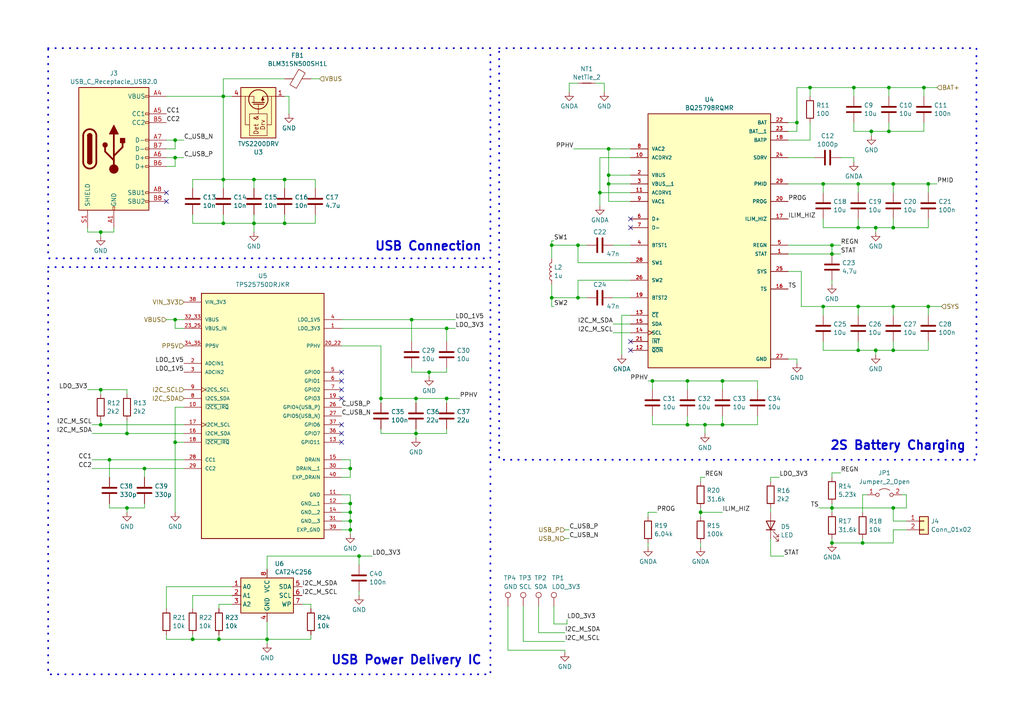
<source format=kicad_sch>
(kicad_sch (version 20230121) (generator eeschema)
  (paper "A4")
  (title_block (title "USB C Power Delivery and Battery Charging") (date "2023-11-15"))
  (junction (at 248.92 88.9))
  (junction (at 101.6 151.13))
  (junction (at 199.39 123.19))
  (junction (at 257.81 38.1))
  (junction (at 176.53 53.34))
  (junction (at 101.6 153.67))
  (junction (at 248.92 101.6))
  (junction (at 119.38 92.71))
  (junction (at 29.21 113.03))
  (junction (at 55.88 185.42))
  (junction (at 101.6 135.89))
  (junction (at 257.81 25.4))
  (junction (at 241.3 71.12))
  (junction (at 73.66 64.77))
  (junction (at 41.91 135.89))
  (junction (at 269.24 88.9))
  (junction (at 176.53 43.18))
  (junction (at 173.99 55.88))
  (junction (at 160.02 71.12))
  (junction (at 241.3 157.48))
  (junction (at 254 101.6))
  (junction (at 64.77 52.07))
  (junction (at 234.95 25.4))
  (junction (at 259.08 101.6))
  (junction (at 63.5 185.42))
  (junction (at 101.6 148.59))
  (junction (at 241.3 73.66))
  (junction (at 209.55 110.49))
  (junction (at 50.8 128.27))
  (junction (at 124.46 107.95))
  (junction (at 247.65 25.4))
  (junction (at 160.02 86.36))
  (junction (at 209.55 123.19))
  (junction (at 269.24 53.34))
  (junction (at 50.8 40.64))
  (junction (at 77.47 185.42))
  (junction (at 248.92 66.04))
  (junction (at 252.73 38.1))
  (junction (at 110.49 115.57))
  (junction (at 267.97 25.4))
  (junction (at 64.77 27.94))
  (junction (at 120.65 125.73))
  (junction (at 204.47 123.19))
  (junction (at 36.83 147.32))
  (junction (at 259.08 88.9))
  (junction (at 176.53 50.8))
  (junction (at 167.64 71.12))
  (junction (at 167.64 86.36))
  (junction (at 50.8 92.71))
  (junction (at 238.76 53.34))
  (junction (at 120.65 115.57))
  (junction (at 259.08 147.32))
  (junction (at 82.55 52.07))
  (junction (at 104.14 161.29))
  (junction (at 259.08 53.34))
  (junction (at 238.76 88.9))
  (junction (at 29.21 67.31))
  (junction (at 101.6 146.05))
  (junction (at 129.54 95.25))
  (junction (at 248.92 53.34))
  (junction (at 36.83 125.73))
  (junction (at 64.77 64.77))
  (junction (at 250.19 157.48))
  (junction (at 259.08 66.04))
  (junction (at 31.75 133.35))
  (junction (at 73.66 52.07))
  (junction (at 29.21 123.19))
  (junction (at 50.8 45.72))
  (junction (at 231.14 35.56))
  (junction (at 203.2 148.59))
  (junction (at 254 66.04))
  (junction (at 199.39 110.49))
  (junction (at 241.3 147.32))
  (junction (at 129.54 115.57))
  (junction (at 82.55 64.77))
  (junction (at 189.23 110.49))
  (no_connect (at 182.88 66.04))
  (no_connect (at 99.06 115.57))
  (no_connect (at 99.06 128.27))
  (no_connect (at 182.88 101.6))
  (no_connect (at 99.06 123.19))
  (no_connect (at 182.88 63.5))
  (no_connect (at 99.06 107.95))
  (no_connect (at 48.26 58.42))
  (no_connect (at 99.06 125.73))
  (no_connect (at 99.06 113.03))
  (no_connect (at 99.06 110.49))
  (no_connect (at 182.88 99.06))
  (no_connect (at 48.26 55.88))
  (wire (pts (xy 120.65 115.57) (xy 110.49 115.57)))
  (wire (pts (xy 182.88 58.42) (xy 176.53 58.42)))
  (wire (pts (xy 110.49 125.73) (xy 120.65 125.73)))
  (wire (pts (xy 50.8 92.71) (xy 53.34 92.71)))
  (wire (pts (xy 203.2 138.43) (xy 203.2 139.7)))
  (wire (pts (xy 167.64 86.36) (xy 170.18 86.36)))
  (wire (pts (xy 187.96 110.49) (xy 189.23 110.49)))
  (wire (pts (xy 48.26 45.72) (xy 50.8 45.72)))
  (wire (pts (xy 36.83 147.32) (xy 36.83 148.59)))
  (wire (pts (xy 187.96 157.48) (xy 187.96 158.75)))
  (wire (pts (xy 167.64 76.2) (xy 167.64 71.12)))
  (wire (pts (xy 241.3 157.48) (xy 250.19 157.48)))
  (wire (pts (xy 259.08 53.34) (xy 248.92 53.34)))
  (wire (pts (xy 119.38 92.71) (xy 132.08 92.71)))
  (wire (pts (xy 50.8 95.25) (xy 50.8 92.71)))
  (wire (pts (xy 182.88 81.28) (xy 167.64 81.28)))
  (wire (pts (xy 26.67 123.19) (xy 29.21 123.19)))
  (wire (pts (xy 238.76 88.9) (xy 238.76 91.44)))
  (wire (pts (xy 63.5 175.26) (xy 63.5 176.53)))
  (wire (pts (xy 177.8 71.12) (xy 182.88 71.12)))
  (wire (pts (xy 120.65 125.73) (xy 120.65 124.46)))
  (wire (pts (xy 77.47 161.29) (xy 104.14 161.29)))
  (wire (pts (xy 53.34 95.25) (xy 50.8 95.25)))
  (wire (pts (xy 91.44 62.23) (xy 91.44 64.77)))
  (wire (pts (xy 83.82 33.02) (xy 83.82 27.94)))
  (wire (pts (xy 101.6 151.13) (xy 101.6 153.67)))
  (wire (pts (xy 228.6 53.34) (xy 238.76 53.34)))
  (wire (pts (xy 219.71 110.49) (xy 219.71 113.03)))
  (wire (pts (xy 269.24 55.88) (xy 269.24 53.34)))
  (wire (pts (xy 248.92 63.5) (xy 248.92 66.04)))
  (wire (pts (xy 119.38 106.68) (xy 119.38 107.95)))
  (wire (pts (xy 53.34 125.73) (xy 36.83 125.73)))
  (wire (pts (xy 41.91 147.32) (xy 36.83 147.32)))
  (wire (pts (xy 48.26 92.71) (xy 50.8 92.71)))
  (wire (pts (xy 77.47 161.29) (xy 77.47 165.1)))
  (wire (pts (xy 176.53 50.8) (xy 176.53 53.34)))
  (wire (pts (xy 238.76 66.04) (xy 248.92 66.04)))
  (wire (pts (xy 129.54 115.57) (xy 120.65 115.57)))
  (wire (pts (xy 238.76 88.9) (xy 248.92 88.9)))
  (wire (pts (xy 243.84 137.16) (xy 241.3 137.16)))
  (wire (pts (xy 228.6 38.1) (xy 231.14 38.1)))
  (wire (pts (xy 151.765 186.055) (xy 151.765 175.895)))
  (wire (pts (xy 104.14 161.29) (xy 107.95 161.29)))
  (wire (pts (xy 160.02 86.36) (xy 160.02 82.55)))
  (wire (pts (xy 257.81 38.1) (xy 257.81 35.56)))
  (wire (pts (xy 36.83 125.73) (xy 36.83 121.92)))
  (wire (pts (xy 99.06 146.05) (xy 101.6 146.05)))
  (wire (pts (xy 209.55 110.49) (xy 209.55 113.03)))
  (wire (pts (xy 77.47 185.42) (xy 77.47 186.69)))
  (wire (pts (xy 29.21 113.03) (xy 29.21 114.3)))
  (wire (pts (xy 48.26 27.94) (xy 64.77 27.94)))
  (wire (pts (xy 269.24 63.5) (xy 269.24 66.04)))
  (wire (pts (xy 160.02 71.12) (xy 160.02 74.93)))
  (wire (pts (xy 101.6 143.51) (xy 101.6 146.05)))
  (wire (pts (xy 48.26 48.26) (xy 50.8 48.26)))
  (wire (pts (xy 147.32 188.595) (xy 163.83 188.595)))
  (wire (pts (xy 231.14 35.56) (xy 228.6 35.56)))
  (wire (pts (xy 90.17 22.86) (xy 92.71 22.86)))
  (wire (pts (xy 267.97 25.4) (xy 271.78 25.4)))
  (wire (pts (xy 203.2 157.48) (xy 203.2 158.75)))
  (wire (pts (xy 55.88 172.72) (xy 55.88 176.53)))
  (wire (pts (xy 104.14 171.45) (xy 104.14 172.72)))
  (wire (pts (xy 90.17 185.42) (xy 77.47 185.42)))
  (wire (pts (xy 269.24 88.9) (xy 273.05 88.9)))
  (wire (pts (xy 31.75 147.32) (xy 31.75 146.05)))
  (wire (pts (xy 160.655 69.85) (xy 160.02 69.85)))
  (wire (pts (xy 119.38 99.06) (xy 119.38 92.71)))
  (wire (pts (xy 129.54 116.84) (xy 129.54 115.57)))
  (wire (pts (xy 241.3 146.05) (xy 241.3 147.32)))
  (wire (pts (xy 160.655 175.895) (xy 160.655 180.975)))
  (wire (pts (xy 50.8 45.72) (xy 53.34 45.72)))
  (wire (pts (xy 259.08 151.13) (xy 259.08 147.32)))
  (wire (pts (xy 90.17 175.26) (xy 90.17 176.53)))
  (wire (pts (xy 160.02 88.9) (xy 160.02 86.36)))
  (wire (pts (xy 99.06 143.51) (xy 101.6 143.51)))
  (wire (pts (xy 90.17 184.15) (xy 90.17 185.42)))
  (wire (pts (xy 234.95 25.4) (xy 247.65 25.4)))
  (wire (pts (xy 48.26 40.64) (xy 50.8 40.64)))
  (wire (pts (xy 254 101.6) (xy 259.08 101.6)))
  (wire (pts (xy 63.5 185.42) (xy 77.47 185.42)))
  (wire (pts (xy 167.64 71.12) (xy 170.18 71.12)))
  (wire (pts (xy 180.34 91.44) (xy 180.34 102.87)))
  (wire (pts (xy 64.77 62.23) (xy 64.77 64.77)))
  (wire (pts (xy 64.77 27.94) (xy 67.31 27.94)))
  (wire (pts (xy 165.1 24.13) (xy 165.1 26.67)))
  (wire (pts (xy 160.655 180.975) (xy 164.465 180.975)))
  (wire (pts (xy 156.21 183.515) (xy 163.83 183.515)))
  (wire (pts (xy 64.77 27.94) (xy 64.77 52.07)))
  (wire (pts (xy 167.64 81.28) (xy 167.64 86.36)))
  (wire (pts (xy 203.2 147.32) (xy 203.2 148.59)))
  (wire (pts (xy 259.08 101.6) (xy 259.08 99.06)))
  (wire (pts (xy 232.41 88.9) (xy 238.76 88.9)))
  (wire (pts (xy 254 66.04) (xy 259.08 66.04)))
  (wire (pts (xy 204.47 138.43) (xy 203.2 138.43)))
  (wire (pts (xy 238.76 63.5) (xy 238.76 66.04)))
  (wire (pts (xy 231.14 25.4) (xy 231.14 35.56)))
  (wire (pts (xy 259.08 55.88) (xy 259.08 53.34)))
  (wire (pts (xy 41.91 135.89) (xy 53.34 135.89)))
  (wire (pts (xy 219.71 120.65) (xy 219.71 123.19)))
  (wire (pts (xy 99.06 148.59) (xy 101.6 148.59)))
  (wire (pts (xy 164.465 179.705) (xy 164.465 180.975)))
  (wire (pts (xy 259.08 101.6) (xy 269.24 101.6)))
  (wire (pts (xy 110.49 124.46) (xy 110.49 125.73)))
  (wire (pts (xy 167.64 86.36) (xy 160.02 86.36)))
  (wire (pts (xy 248.92 88.9) (xy 248.92 91.44)))
  (wire (pts (xy 160.02 69.85) (xy 160.02 71.12)))
  (wire (pts (xy 247.65 38.1) (xy 252.73 38.1)))
  (wire (pts (xy 252.73 38.1) (xy 252.73 39.37)))
  (wire (pts (xy 101.6 146.05) (xy 101.6 148.59)))
  (wire (pts (xy 228.6 78.74) (xy 232.41 78.74)))
  (wire (pts (xy 50.8 43.18) (xy 50.8 40.64)))
  (wire (pts (xy 231.14 38.1) (xy 231.14 35.56)))
  (wire (pts (xy 269.24 53.34) (xy 259.08 53.34)))
  (wire (pts (xy 110.49 115.57) (xy 110.49 116.84)))
  (wire (pts (xy 77.47 180.34) (xy 77.47 185.42)))
  (wire (pts (xy 182.88 45.72) (xy 173.99 45.72)))
  (wire (pts (xy 262.89 143.51) (xy 262.89 147.32)))
  (wire (pts (xy 64.77 22.86) (xy 64.77 27.94)))
  (wire (pts (xy 99.06 151.13) (xy 101.6 151.13)))
  (wire (pts (xy 262.89 147.32) (xy 259.08 147.32)))
  (wire (pts (xy 119.38 107.95) (xy 124.46 107.95)))
  (wire (pts (xy 48.26 43.18) (xy 50.8 43.18)))
  (wire (pts (xy 87.63 175.26) (xy 90.17 175.26)))
  (wire (pts (xy 55.88 54.61) (xy 55.88 52.07)))
  (wire (pts (xy 241.3 147.32) (xy 259.08 147.32)))
  (wire (pts (xy 67.31 175.26) (xy 63.5 175.26)))
  (wire (pts (xy 241.3 137.16) (xy 241.3 138.43)))
  (wire (pts (xy 241.3 81.28) (xy 241.3 82.55)))
  (wire (pts (xy 182.88 76.2) (xy 167.64 76.2)))
  (wire (pts (xy 99.06 100.33) (xy 110.49 100.33)))
  (wire (pts (xy 176.53 53.34) (xy 182.88 53.34)))
  (wire (pts (xy 29.21 123.19) (xy 29.21 121.92)))
  (wire (pts (xy 248.92 99.06) (xy 248.92 101.6)))
  (wire (pts (xy 26.67 133.35) (xy 31.75 133.35)))
  (wire (pts (xy 55.88 64.77) (xy 55.88 62.23)))
  (wire (pts (xy 36.83 114.3) (xy 36.83 113.03)))
  (wire (pts (xy 231.14 104.14) (xy 228.6 104.14)))
  (wire (pts (xy 257.81 25.4) (xy 247.65 25.4)))
  (wire (pts (xy 204.47 123.19) (xy 204.47 125.73)))
  (wire (pts (xy 73.66 52.07) (xy 82.55 52.07)))
  (wire (pts (xy 41.91 146.05) (xy 41.91 147.32)))
  (wire (pts (xy 99.06 133.35) (xy 101.6 133.35)))
  (wire (pts (xy 252.73 38.1) (xy 257.81 38.1)))
  (wire (pts (xy 234.95 35.56) (xy 234.95 40.64)))
  (wire (pts (xy 167.64 24.13) (xy 165.1 24.13)))
  (wire (pts (xy 101.6 153.67) (xy 101.6 154.94)))
  (wire (pts (xy 110.49 100.33) (xy 110.49 115.57)))
  (wire (pts (xy 259.08 66.04) (xy 259.08 63.5)))
  (wire (pts (xy 176.53 43.18) (xy 176.53 50.8)))
  (wire (pts (xy 101.6 135.89) (xy 101.6 138.43)))
  (wire (pts (xy 48.26 184.15) (xy 48.26 185.42)))
  (wire (pts (xy 25.4 66.04) (xy 25.4 67.31)))
  (wire (pts (xy 250.19 157.48) (xy 259.08 157.48)))
  (wire (pts (xy 175.26 24.13) (xy 172.72 24.13)))
  (wire (pts (xy 73.66 52.07) (xy 73.66 54.61)))
  (wire (pts (xy 64.77 52.07) (xy 73.66 52.07)))
  (wire (pts (xy 228.6 71.12) (xy 241.3 71.12)))
  (wire (pts (xy 48.26 170.18) (xy 48.26 176.53)))
  (wire (pts (xy 163.83 153.67) (xy 165.1 153.67)))
  (wire (pts (xy 209.55 123.19) (xy 204.47 123.19)))
  (wire (pts (xy 31.75 133.35) (xy 31.75 138.43)))
  (wire (pts (xy 259.08 88.9) (xy 248.92 88.9)))
  (wire (pts (xy 36.83 147.32) (xy 31.75 147.32)))
  (wire (pts (xy 234.95 40.64) (xy 228.6 40.64)))
  (wire (pts (xy 219.71 110.49) (xy 209.55 110.49)))
  (wire (pts (xy 238.76 101.6) (xy 248.92 101.6)))
  (wire (pts (xy 129.54 115.57) (xy 133.35 115.57)))
  (wire (pts (xy 227.33 161.29) (xy 223.52 161.29)))
  (wire (pts (xy 248.92 101.6) (xy 254 101.6)))
  (wire (pts (xy 234.95 25.4) (xy 231.14 25.4)))
  (wire (pts (xy 25.4 113.03) (xy 29.21 113.03)))
  (wire (pts (xy 175.26 26.67) (xy 175.26 24.13)))
  (wire (pts (xy 31.75 133.35) (xy 53.34 133.35)))
  (wire (pts (xy 203.2 148.59) (xy 203.2 149.86)))
  (wire (pts (xy 91.44 52.07) (xy 91.44 54.61)))
  (wire (pts (xy 269.24 99.06) (xy 269.24 101.6)))
  (wire (pts (xy 124.46 107.95) (xy 129.54 107.95)))
  (wire (pts (xy 64.77 22.86) (xy 82.55 22.86)))
  (wire (pts (xy 223.52 147.32) (xy 223.52 148.59)))
  (wire (pts (xy 124.46 107.95) (xy 124.46 109.22)))
  (wire (pts (xy 199.39 120.65) (xy 199.39 123.19)))
  (wire (pts (xy 226.06 138.43) (xy 223.52 138.43)))
  (wire (pts (xy 251.46 143.51) (xy 250.19 143.51)))
  (wire (pts (xy 199.39 110.49) (xy 199.39 113.03)))
  (wire (pts (xy 25.4 67.31) (xy 29.21 67.31)))
  (wire (pts (xy 269.24 53.34) (xy 271.78 53.34)))
  (wire (pts (xy 64.77 64.77) (xy 55.88 64.77)))
  (wire (pts (xy 160.655 88.9) (xy 160.02 88.9)))
  (wire (pts (xy 267.97 25.4) (xy 257.81 25.4)))
  (wire (pts (xy 243.84 73.66) (xy 241.3 73.66)))
  (wire (pts (xy 26.67 125.73) (xy 36.83 125.73)))
  (wire (pts (xy 257.81 38.1) (xy 267.97 38.1)))
  (wire (pts (xy 173.99 55.88) (xy 182.88 55.88)))
  (wire (pts (xy 231.14 105.41) (xy 231.14 104.14)))
  (wire (pts (xy 262.89 151.13) (xy 259.08 151.13)))
  (wire (pts (xy 67.31 170.18) (xy 48.26 170.18)))
  (wire (pts (xy 248.92 66.04) (xy 254 66.04)))
  (wire (pts (xy 203.2 148.59) (xy 209.55 148.59)))
  (wire (pts (xy 33.02 67.31) (xy 33.02 66.04)))
  (wire (pts (xy 173.99 45.72) (xy 173.99 55.88)))
  (wire (pts (xy 104.14 161.29) (xy 104.14 163.83)))
  (wire (pts (xy 223.52 161.29) (xy 223.52 156.21)))
  (wire (pts (xy 241.3 71.12) (xy 241.3 73.66)))
  (wire (pts (xy 241.3 147.32) (xy 241.3 148.59)))
  (wire (pts (xy 50.8 128.27) (xy 50.8 148.59)))
  (wire (pts (xy 129.54 107.95) (xy 129.54 106.68)))
  (wire (pts (xy 82.55 52.07) (xy 82.55 54.61)))
  (wire (pts (xy 55.88 184.15) (xy 55.88 185.42)))
  (wire (pts (xy 250.19 156.21) (xy 250.19 157.48)))
  (wire (pts (xy 67.31 172.72) (xy 55.88 172.72)))
  (wire (pts (xy 99.06 153.67) (xy 101.6 153.67)))
  (wire (pts (xy 262.89 153.67) (xy 259.08 153.67)))
  (wire (pts (xy 228.6 45.72) (xy 236.22 45.72)))
  (wire (pts (xy 64.77 52.07) (xy 64.77 54.61)))
  (wire (pts (xy 228.6 73.66) (xy 241.3 73.66)))
  (wire (pts (xy 48.26 185.42) (xy 55.88 185.42)))
  (wire (pts (xy 151.765 186.055) (xy 163.83 186.055)))
  (wire (pts (xy 83.82 27.94) (xy 82.55 27.94)))
  (wire (pts (xy 73.66 64.77) (xy 73.66 67.31)))
  (wire (pts (xy 55.88 52.07) (xy 64.77 52.07)))
  (wire (pts (xy 187.96 148.59) (xy 187.96 149.86)))
  (wire (pts (xy 223.52 138.43) (xy 223.52 139.7)))
  (wire (pts (xy 204.47 123.19) (xy 199.39 123.19)))
  (wire (pts (xy 189.23 123.19) (xy 189.23 120.65)))
  (wire (pts (xy 237.49 147.32) (xy 241.3 147.32)))
  (wire (pts (xy 254 101.6) (xy 254 102.87)))
  (wire (pts (xy 241.3 71.12) (xy 243.84 71.12)))
  (wire (pts (xy 243.84 45.72) (xy 247.65 45.72)))
  (wire (pts (xy 129.54 95.25) (xy 129.54 99.06)))
  (wire (pts (xy 55.88 185.42) (xy 63.5 185.42)))
  (wire (pts (xy 234.95 27.94) (xy 234.95 25.4)))
  (wire (pts (xy 101.6 133.35) (xy 101.6 135.89)))
  (wire (pts (xy 247.65 25.4) (xy 247.65 27.94)))
  (wire (pts (xy 219.71 123.19) (xy 209.55 123.19)))
  (wire (pts (xy 120.65 115.57) (xy 120.65 116.84)))
  (wire (pts (xy 238.76 53.34) (xy 248.92 53.34)))
  (wire (pts (xy 120.65 125.73) (xy 129.54 125.73)))
  (wire (pts (xy 82.55 62.23) (xy 82.55 64.77)))
  (wire (pts (xy 147.32 188.595) (xy 147.32 175.895)))
  (wire (pts (xy 129.54 124.46) (xy 129.54 125.73)))
  (wire (pts (xy 259.08 66.04) (xy 269.24 66.04)))
  (wire (pts (xy 248.92 53.34) (xy 248.92 55.88)))
  (wire (pts (xy 199.39 123.19) (xy 189.23 123.19)))
  (wire (pts (xy 53.34 128.27) (xy 50.8 128.27)))
  (wire (pts (xy 177.8 96.52) (xy 182.88 96.52)))
  (wire (pts (xy 267.97 27.94) (xy 267.97 25.4)))
  (wire (pts (xy 189.23 110.49) (xy 189.23 113.03)))
  (wire (pts (xy 36.83 113.03) (xy 29.21 113.03)))
  (wire (pts (xy 177.8 86.36) (xy 182.88 86.36)))
  (wire (pts (xy 177.8 93.98) (xy 182.88 93.98)))
  (wire (pts (xy 53.34 118.11) (xy 50.8 118.11)))
  (wire (pts (xy 267.97 35.56) (xy 267.97 38.1)))
  (wire (pts (xy 73.66 64.77) (xy 82.55 64.77)))
  (wire (pts (xy 163.83 156.21) (xy 165.1 156.21)))
  (wire (pts (xy 250.19 143.51) (xy 250.19 148.59)))
  (wire (pts (xy 167.64 71.12) (xy 160.02 71.12)))
  (wire (pts (xy 82.55 64.77) (xy 91.44 64.77)))
  (wire (pts (xy 176.53 58.42) (xy 176.53 53.34)))
  (wire (pts (xy 182.88 43.18) (xy 176.53 43.18)))
  (wire (pts (xy 269.24 91.44) (xy 269.24 88.9)))
  (wire (pts (xy 269.24 88.9) (xy 259.08 88.9)))
  (wire (pts (xy 101.6 138.43) (xy 99.06 138.43)))
  (wire (pts (xy 64.77 64.77) (xy 73.66 64.77)))
  (wire (pts (xy 261.62 143.51) (xy 262.89 143.51)))
  (wire (pts (xy 238.76 99.06) (xy 238.76 101.6)))
  (wire (pts (xy 209.55 120.65) (xy 209.55 123.19)))
  (wire (pts (xy 209.55 110.49) (xy 199.39 110.49)))
  (wire (pts (xy 120.65 125.73) (xy 120.65 127)))
  (wire (pts (xy 241.3 156.21) (xy 241.3 157.48)))
  (wire (pts (xy 232.41 78.74) (xy 232.41 88.9)))
  (wire (pts (xy 247.65 45.72) (xy 247.65 46.99)))
  (wire (pts (xy 129.54 95.25) (xy 132.08 95.25)))
  (wire (pts (xy 26.67 135.89) (xy 41.91 135.89)))
  (wire (pts (xy 29.21 67.31) (xy 29.21 68.58)))
  (wire (pts (xy 156.21 175.895) (xy 156.21 183.515)))
  (wire (pts (xy 63.5 184.15) (xy 63.5 185.42)))
  (wire (pts (xy 190.5 148.59) (xy 187.96 148.59)))
  (wire (pts (xy 29.21 67.31) (xy 33.02 67.31)))
  (wire (pts (xy 119.38 92.71) (xy 99.06 92.71)))
  (wire (pts (xy 99.06 95.25) (xy 129.54 95.25)))
  (wire (pts (xy 259.08 153.67) (xy 259.08 157.48)))
  (wire (pts (xy 73.66 62.23) (xy 73.66 64.77)))
  (wire (pts (xy 182.88 50.8) (xy 176.53 50.8)))
  (wire (pts (xy 99.06 135.89) (xy 101.6 135.89)))
  (wire (pts (xy 238.76 53.34) (xy 238.76 55.88)))
  (wire (pts (xy 182.88 91.44) (xy 180.34 91.44)))
  (wire (pts (xy 257.81 27.94) (xy 257.81 25.4)))
  (wire (pts (xy 254 66.04) (xy 254 67.31)))
  (wire (pts (xy 50.8 48.26) (xy 50.8 45.72)))
  (wire (pts (xy 173.99 55.88) (xy 173.99 59.69)))
  (wire (pts (xy 247.65 35.56) (xy 247.65 38.1)))
  (wire (pts (xy 101.6 148.59) (xy 101.6 151.13)))
  (wire (pts (xy 199.39 110.49) (xy 189.23 110.49)))
  (wire (pts (xy 259.08 91.44) (xy 259.08 88.9)))
  (wire (pts (xy 82.55 52.07) (xy 91.44 52.07)))
  (wire (pts (xy 41.91 135.89) (xy 41.91 138.43)))
  (wire (pts (xy 176.53 43.18) (xy 166.37 43.18)))
  (wire (pts (xy 50.8 118.11) (xy 50.8 128.27)))
  (wire (pts (xy 53.34 123.19) (xy 29.21 123.19)))
  (wire (pts (xy 50.8 40.64) (xy 53.34 40.64)))
  (wire (pts (xy 163.83 188.595) (xy 163.83 189.23)))
  (rectangle (start 13.97 77.47) (end 142.24 195.58) (stroke (width 0.5) (type dot)))
  (rectangle (start 13.97 13.97) (end 142.24 74.93) (stroke (width 0.5) (type dot)))
  (rectangle (start 144.78 13.97) (end 283.21 133.35) (stroke (width 0.5) (type dot)))
  (text "2S Battery Charging" (at 240.665 130.81 0) (effects (font (size 2.54 2.54) (thickness 0.508) bold) (justify left bottom)))
  (text "USB Connection" (at 108.585 73.025 0) (effects (font (size 2.54 2.54) (thickness 0.508) bold) (justify left bottom)))
  (text "USB Power Delivery IC" (at 95.885 193.04 0) (effects (font (size 2.54 2.54) (thickness 0.508) bold) (justify left bottom)))
  (label "I2C_M_SDA" (at 163.83 183.515 0))
  (label "I2C_M_SCL" (at 177.8 96.52 180))
  (label "LDO_3V3" (at 107.95 161.29 0))
  (label "I2C_M_SDA" (at 177.8 93.98 180))
  (label "PROG" (at 190.5 148.59 0))
  (label "REGN" (at 204.47 138.43 0))
  (label "CC1" (at 48.26 33.02 0))
  (label "STAT" (at 227.33 161.29 0))
  (label "PMID" (at 271.78 53.34 0))
  (label "I2C_M_SDA" (at 87.63 170.18 0))
  (label "STAT" (at 243.84 73.66 0))
  (label "C_USB_P" (at 99.06 118.11 0))
  (label "SW2" (at 160.655 88.9 0))
  (label "I2C_M_SCL" (at 26.67 123.19 180))
  (label "LDO_1V5" (at 53.34 105.41 180))
  (label "REGN" (at 243.84 71.12 0))
  (label "LDO_1V5" (at 53.34 107.95 180))
  (label "LDO_1V5" (at 132.08 92.71 0))
  (label "I2C_M_SDA" (at 26.67 125.73 180))
  (label "ILIM_HIZ" (at 228.6 63.5 0))
  (label "C_USB_N" (at 99.06 120.65 0))
  (label "LDO_3V3" (at 164.465 179.705 0))
  (label "I2C_M_SCL" (at 87.63 172.72 0))
  (label "C_USB_N" (at 165.1 156.21 0))
  (label "LDO_3V3" (at 25.4 113.03 180))
  (label "CC1" (at 26.67 133.35 180))
  (label "LDO_3V3" (at 226.06 138.43 0))
  (label "C_USB_P" (at 53.34 45.72 0))
  (label "CC2" (at 48.26 35.56 0))
  (label "C_USB_N" (at 53.34 40.64 0))
  (label "PPHV" (at 166.37 43.18 180))
  (label "PROG" (at 228.6 58.42 0))
  (label "I2C_M_SCL" (at 163.83 186.055 0))
  (label "ILIM_HIZ" (at 209.55 148.59 0))
  (label "REGN" (at 243.84 137.16 0))
  (label "SW1" (at 160.655 69.85 0))
  (label "C_USB_P" (at 165.1 153.67 0))
  (label "LDO_3V3" (at 132.08 95.25 0))
  (label "TS" (at 228.6 83.82 0))
  (label "PPHV" (at 187.96 110.49 180))
  (label "TS" (at 237.49 147.32 180))
  (label "PPHV" (at 133.35 115.57 0))
  (label "CC2" (at 26.67 135.89 180))
  (hierarchical_label "VBUS" (shape input) (at 92.71 22.86 0))
  (hierarchical_label "VIN_3V3" (shape input) (at 53.34 87.63 180))
  (hierarchical_label "PP5V" (shape input) (at 53.34 100.33 180))
  (hierarchical_label "USB_N" (shape input) (at 163.83 156.21 180))
  (hierarchical_label "VBUS" (shape input) (at 48.26 92.71 180))
  (hierarchical_label "BAT+" (shape input) (at 271.78 25.4 0))
  (hierarchical_label "USB_P" (shape input) (at 163.83 153.67 180))
  (hierarchical_label "I2C_SDA" (shape input) (at 53.34 115.57 180))
  (hierarchical_label "I2C_SCL" (shape input) (at 53.34 113.03 180))
  (hierarchical_label "SYS" (shape input) (at 273.05 88.9 0))
  (symbol (lib_id "Device:C") (at 267.97 31.75 0) (unit 1)
    (property "Reference" "C11" (at 270.891 30.5379 0) (effects (justify left)))
    (property "Value" "100n" (at 270.891 32.9621 0) (effects (justify left)))
    (property "Footprint" "Capacitor_SMD:C_0603_1608Metric" (effects hide))
    (property "Digikey Part No." "1276-1000-1-ND" (effects hide))
  )
  (symbol (lib_id "Device:C") (at 104.14 167.64 0) (unit 1)
    (property "Reference" "C40" (at 107.061 166.4279 0) (effects (justify left)))
    (property "Value" "100n" (at 107.061 168.8521 0) (effects (justify left)))
    (property "Footprint" "Capacitor_SMD:C_0603_1608Metric" (effects hide))
    (property "Digikey Part No." "1276-1000-1-ND" (effects hide))
  )
  (symbol (lib_id "power:GND") (at 241.3 82.55 0) (unit 1)
    (property "Reference" "#PWR021" (effects hide))
    (property "Value" "GND" (at 241.3 86.6831 0))
  )
  (symbol (lib_id "Device:R") (at 223.52 143.51 0) (unit 1)
    (property "Reference" "R16" (at 225.298 142.2979 0) (effects (justify left)))
    (property "Value" "2k2" (at 225.298 144.7221 0) (effects (justify left)))
    (property "Footprint" "Resistor_SMD:R_0603_1608Metric" (effects hide))
    (property "Digikey Part No." "RMCF0603JT2K20CT-ND" (effects hide))
  )
  (symbol (lib_id "Device:C") (at 199.39 116.84 0) (unit 1)
    (property "Reference" "C32" (at 202.311 115.6279 0) (effects (justify left)))
    (property "Value" "10u" (at 202.311 118.0521 0) (effects (justify left)))
    (property "Footprint" "Capacitor_SMD:C_0805_2012Metric" (effects hide))
    (property "Digikey Part No." "1276-2891-1-ND" (effects hide))
  )
  (symbol (lib_id "Device:C") (at 248.92 59.69 0) (unit 1)
    (property "Reference" "C19" (at 251.841 58.4779 0) (effects (justify left)))
    (property "Value" "10u" (at 251.841 60.9021 0) (effects (justify left)))
    (property "Footprint" "Capacitor_SMD:C_0805_2012Metric" (effects hide))
    (property "Digikey Part No." "1276-2891-1-ND" (effects hide))
  )
  (symbol (lib_id "Device:C") (at 219.71 116.84 0) (unit 1)
    (property "Reference" "C34" (at 222.631 115.6279 0) (effects (justify left)))
    (property "Value" "10u" (at 222.631 118.0521 0) (effects (justify left)))
    (property "Footprint" "Capacitor_SMD:C_0805_2012Metric" (effects hide))
    (property "Digikey Part No." "1276-2891-1-ND" (effects hide))
  )
  (symbol (lib_id "Device:C") (at 82.55 58.42 0) (unit 1)
    (property "Reference" "C16" (at 85.471 57.2079 0) (effects (justify left)))
    (property "Value" "10n" (at 85.471 59.6321 0) (effects (justify left)))
    (property "Footprint" "Capacitor_SMD:C_0402_1005Metric" (effects hide))
    (property "Digikey Part No." "1276-1028-1-ND" (effects hide))
  )
  (symbol (lib_id "Power_Protection:TVS2200DRV") (at 74.93 27.94 90) (unit 1)
    (property "Reference" "U3" (at 74.93 44.1493 90))
    (property "Value" "TVS2200DRV" (at 74.93 41.7251 90))
    (property "Footprint" "Package_SON:WSON-6-1EP_2x2mm_P0.65mm_EP1x1.6mm" (effects hide))
    (property "Datasheet" "http://www.ti.com/lit/ds/symlink/tvs2200.pdf" (effects hide))
    (property "Digikey Part No." "296-52187-1-ND" (effects hide))
  )
  (symbol (lib_id "Connector:TestPoint") (at 147.32 175.895 0) (unit 1)
    (property "Reference" "TP4" (at 146.05 167.64 0) (effects (justify left)))
    (property "Value" "GND" (at 146.05 170.18 0) (effects (justify left)))
    (property "Footprint" "TestPoint:TestPoint_Pad_D1.5mm" (effects hide))
  )
  (symbol (lib_id "power:GNDA") (at 203.2 158.75 0) (unit 1)
    (property "Reference" "#PWR033" (effects hide))
    (property "Value" "GNDA" (at 203.2 162.8831 0))
  )
  (symbol (lib_id "Memory_EEPROM:CAT24C256") (at 77.47 172.72 0) (unit 1)
    (property "Reference" "U6" (at 79.6641 163.4957 0) (effects (justify left)))
    (property "Value" "CAT24C256" (at 79.6641 165.9199 0) (effects (justify left)))
    (property "Footprint" "Package_SO:TSSOP-8_4.4x3mm_P0.65mm" (effects hide))
    (property "Datasheet" "https://www.onsemi.cn/PowerSolutions/document/CAT24C256-D.PDF" (effects hide))
    (property "Digikey Part No." "CAT24C256YI-GT3OSCT-ND" (effects hide))
  )
  (symbol (lib_id "Connector:TestPoint") (at 160.655 175.895 0) (unit 1)
    (property "Reference" "TP1" (at 160.02 167.64 0) (effects (justify left)))
    (property "Value" "LDO_3V3" (at 160.02 170.18 0) (effects (justify left)))
    (property "Footprint" "TestPoint:TestPoint_Pad_D1.5mm" (effects hide))
  )
  (symbol (lib_id "power:GNDA") (at 241.3 157.48 0) (unit 1)
    (property "Reference" "#PWR031" (effects hide))
    (property "Value" "GNDA" (at 241.3 161.6131 0))
  )
  (symbol (lib_id "power:GNDA") (at 165.1 26.67 0) (unit 1)
    (property "Reference" "#PWR012" (effects hide))
    (property "Value" "GNDA" (at 165.1 30.8031 0))
  )
  (symbol (lib_id "Device:R") (at 55.88 180.34 0) (unit 1)
    (property "Reference" "R22" (at 57.658 179.1279 0) (effects (justify left)))
    (property "Value" "10k" (at 57.658 181.5521 0) (effects (justify left)))
    (property "Footprint" "Resistor_SMD:R_0603_1608Metric" (effects hide))
    (property "Digikey Part No." "RMCF0603FT10K0CT-ND" (effects hide))
  )
  (symbol (lib_id "props_board:BQ25798RQMR") (at 205.74 68.58 0) (unit 1)
    (property "Reference" "U4" (at 205.74 28.8757 0))
    (property "Value" "BQ25798RQMR" (at 205.74 31.2999 0))
    (property "Footprint" "props_board:IC_BQ25798RQMR" (effects hide))
    (property "Digikey Part No." "296-BQ25798RQMRCT-ND" (effects hide))
  )
  (symbol (lib_id "Jumper:Jumper_2_Open") (at 256.54 143.51 0) (unit 1)
    (property "Reference" "JP1" (at 256.54 137.16 0))
    (property "Value" "Jumper_2_Open" (at 256.54 139.7 0))
    (property "Footprint" "Jumper:SolderJumper-2_P1.3mm_Open_RoundedPad1.0x1.5mm" (effects hide))
    (instances (project "props_board_v3" (path "" (reference "JP1") (unit 1)) (path "" (reference "JP2") (unit 1))))
  )
  (symbol (lib_id "Device:C") (at 240.03 45.72 90) (unit 1)
    (property "Reference" "C12" (at 240.03 39.4167 90))
    (property "Value" "1000p" (at 240.03 41.8409 90))
    (property "Footprint" "Capacitor_SMD:C_0402_1005Metric" (effects hide))
    (property "Digikey Part No." "1276-1032-1-ND" (effects hide))
  )
  (symbol (lib_id "power:GND") (at 73.66 67.31 0) (unit 1)
    (property "Reference" "#PWR018" (effects hide))
    (property "Value" "GND" (at 73.66 71.4431 0))
  )
  (symbol (lib_id "Device:NetTie_2") (at 170.18 24.13 0) (unit 1) (in_bom no)
    (property "Reference" "NT1" (at 170.18 19.9857 0))
    (property "Value" "NetTie_2" (at 170.18 22.4099 0))
    (property "Footprint" "NetTie:NetTie-2_SMD_Pad0.5mm" (effects hide))
  )
  (symbol (lib_id "power:GND") (at 254 67.31 0) (unit 1)
    (property "Reference" "#PWR019" (effects hide))
    (property "Value" "GND" (at 254 71.4431 0))
  )
  (symbol (lib_id "Device:R") (at 187.96 153.67 0) (unit 1)
    (property "Reference" "R19" (at 189.738 152.4579 0) (effects (justify left)))
    (property "Value" "6.04k" (at 189.738 154.8821 0) (effects (justify left)))
    (property "Footprint" "Resistor_SMD:R_0402_1005Metric" (effects hide))
    (property "Digikey Part No." "738-RNCF0402DTE6K04CT-ND" (effects hide))
  )
  (symbol (lib_id "power:GND") (at 36.83 148.59 0) (unit 1)
    (property "Reference" "#PWR028" (effects hide))
    (property "Value" "GND" (at 36.83 152.7231 0))
  )
  (symbol (lib_id "power:GND") (at 252.73 39.37 0) (unit 1)
    (property "Reference" "#PWR015" (effects hide))
    (property "Value" "GND" (at 252.73 43.5031 0))
  )
  (symbol (lib_id "power:GND") (at 83.82 33.02 0) (unit 1)
    (property "Reference" "#PWR014" (effects hide))
    (property "Value" "GND" (at 83.82 37.1531 0))
  )
  (symbol (lib_id "Device:C") (at 73.66 58.42 0) (unit 1)
    (property "Reference" "C15" (at 76.581 57.2079 0) (effects (justify left)))
    (property "Value" "10n" (at 76.581 59.6321 0) (effects (justify left)))
    (property "Footprint" "Capacitor_SMD:C_0402_1005Metric" (effects hide))
    (property "Digikey Part No." "1276-1028-1-ND" (effects hide))
  )
  (symbol (lib_id "power:GND") (at 120.65 127 0) (unit 1)
    (property "Reference" "#PWR027" (effects hide))
    (property "Value" "GND" (at 120.65 131.1331 0))
  )
  (symbol (lib_id "power:GND") (at 124.46 109.22 0) (unit 1)
    (property "Reference" "#PWR025" (effects hide))
    (property "Value" "GND" (at 124.46 113.3531 0))
  )
  (symbol (lib_id "Device:R") (at 203.2 143.51 0) (unit 1)
    (property "Reference" "R20" (at 204.978 142.24 0) (effects (justify left)))
    (property "Value" "31.6k" (at 204.978 144.78 0) (effects (justify left)))
    (property "Footprint" "Resistor_SMD:R_0603_1608Metric" (effects hide))
    (property "Digikey Part No." "RMCF0603FT31K6CT-ND" (effects hide))
  )
  (symbol (lib_id "Device:C") (at 241.3 77.47 0) (unit 1)
    (property "Reference" "C23" (at 244.221 76.2579 0) (effects (justify left)))
    (property "Value" "4.7u" (at 244.221 78.6821 0) (effects (justify left)))
    (property "Footprint" "Capacitor_SMD:C_0603_1608Metric" (effects hide))
    (property "Digikey Part No." "1276-1903-1-ND" (effects hide))
  )
  (symbol (lib_id "Device:C") (at 209.55 116.84 0) (unit 1)
    (property "Reference" "C33" (at 212.471 115.6279 0) (effects (justify left)))
    (property "Value" "10u" (at 212.471 118.0521 0) (effects (justify left)))
    (property "Footprint" "Capacitor_SMD:C_0805_2012Metric" (effects hide))
    (property "Digikey Part No." "1276-2891-1-ND" (effects hide))
  )
  (symbol (lib_id "Connector:USB_C_Receptacle_USB2.0") (at 33.02 43.18 0) (unit 1)
    (property "Reference" "J3" (at 33.02 21.2557 0))
    (property "Value" "USB_C_Receptacle_USB2.0" (at 33.02 23.6799 0))
    (property "Footprint" "props_board:USB_C_Receptacle_GCT_USB4085" (effects hide))
    (property "Datasheet" "https://www.usb.org/sites/default/files/documents/usb_type-c.zip" (effects hide))
    (property "Digikey Part No." "2073-USB4085-GF-ACT-ND" (effects hide))
  )
  (symbol (lib_id "power:GND") (at 77.47 186.69 0) (unit 1)
    (property "Reference" "#PWR035" (effects hide))
    (property "Value" "GND" (at 77.47 190.8231 0))
  )
  (symbol (lib_id "power:GNDA") (at 187.96 158.75 0) (unit 1)
    (property "Reference" "#PWR032" (effects hide))
    (property "Value" "GNDA" (at 187.96 162.8831 0))
  )
  (symbol (lib_id "Device:C") (at 259.08 95.25 0) (unit 1)
    (property "Reference" "C27" (at 262.001 94.0379 0) (effects (justify left)))
    (property "Value" "10u" (at 262.001 96.4621 0) (effects (justify left)))
    (property "Footprint" "Capacitor_SMD:C_0805_2012Metric" (effects hide))
    (property "Digikey Part No." "1276-2891-1-ND" (effects hide))
  )
  (symbol (lib_id "power:GNDA") (at 180.34 102.87 0) (unit 1)
    (property "Reference" "#PWR022" (effects hide))
    (property "Value" "GNDA" (at 180.34 107.0031 0))
  )
  (symbol (lib_id "Device:R") (at 48.26 180.34 0) (unit 1)
    (property "Reference" "R21" (at 50.038 179.1279 0) (effects (justify left)))
    (property "Value" "10k" (at 50.038 181.5521 0) (effects (justify left)))
    (property "Footprint" "Resistor_SMD:R_0603_1608Metric" (effects hide))
    (property "Digikey Part No." "RMCF0603FT10K0CT-ND" (effects hide))
  )
  (symbol (lib_id "Device:C") (at 31.75 142.24 0) (unit 1)
    (property "Reference" "C38" (at 34.671 141.0279 0) (effects (justify left)))
    (property "Value" "330p" (at 34.671 143.4521 0) (effects (justify left)))
    (property "Footprint" "Capacitor_SMD:C_0402_1005Metric" (effects hide))
    (property "Digikey Part No." "1276-1685-1-ND" (effects hide))
  )
  (symbol (lib_id "Connector_Generic:Conn_01x02") (at 267.97 151.13 0) (unit 1)
    (property "Reference" "J4" (at 270.002 151.1879 0) (effects (justify left)))
    (property "Value" "Conn_01x02" (at 270.002 153.6121 0) (effects (justify left)))
    (property "Footprint" "Connector_JST:JST_XH_B2B-XH-A_1x02_P2.50mm_Vertical" (effects hide))
  )
  (symbol (lib_id "power:GND") (at 101.6 154.94 0) (unit 1)
    (property "Reference" "#PWR030" (effects hide))
    (property "Value" "GND" (at 101.6 159.0731 0))
  )
  (symbol (lib_id "Device:C") (at 269.24 95.25 0) (unit 1)
    (property "Reference" "C28" (at 272.161 94.0379 0) (effects (justify left)))
    (property "Value" "100n" (at 272.161 96.4621 0) (effects (justify left)))
    (property "Footprint" "Capacitor_SMD:C_0603_1608Metric" (effects hide))
    (property "Digikey Part No." "1276-1000-1-ND" (effects hide))
  )
  (symbol (lib_id "Device:R") (at 234.95 31.75 180) (unit 1)
    (property "Reference" "R11" (at 236.728 30.5379 0) (effects (justify right)))
    (property "Value" "100" (at 236.728 32.9621 0) (effects (justify right)))
    (property "Footprint" "Resistor_SMD:R_0603_1608Metric" (effects hide))
    (property "Digikey Part No." "RMCF0603FT100RCT-ND" (effects hide))
  )
  (symbol (lib_id "Connector:TestPoint") (at 156.21 175.895 0) (unit 1)
    (property "Reference" "TP2" (at 154.94 167.64 0) (effects (justify left)))
    (property "Value" "SDA" (at 154.94 170.18 0) (effects (justify left)))
    (property "Footprint" "TestPoint:TestPoint_Pad_D1.5mm" (effects hide))
  )
  (symbol (lib_id "Device:C") (at 55.88 58.42 0) (unit 1)
    (property "Reference" "C13" (at 58.801 57.2079 0) (effects (justify left)))
    (property "Value" "10n" (at 58.801 59.6321 0) (effects (justify left)))
    (property "Footprint" "Capacitor_SMD:C_0402_1005Metric" (effects hide))
    (property "Digikey Part No." "1276-1028-1-ND" (effects hide))
  )
  (symbol (lib_id "power:GND") (at 29.21 68.58 0) (unit 1)
    (property "Reference" "#PWR020" (effects hide))
    (property "Value" "GND" (at 29.21 72.7131 0))
  )
  (symbol (lib_id "Device:R") (at 203.2 153.67 0) (unit 1)
    (property "Reference" "R15" (at 204.978 152.4579 0) (effects (justify left)))
    (property "Value" "100k" (at 204.978 154.8821 0) (effects (justify left)))
    (property "Footprint" "Resistor_SMD:R_0402_1005Metric" (effects hide))
    (property "Digikey Part No." "RMCF0402FT100KCT-ND" (effects hide))
    (instances (project "props_board_v3" (path "" (reference "R15") (unit 1)) (path "" (reference "R36") (unit 1))))
  )
  (symbol (lib_id "Device:C") (at 173.99 86.36 90) (unit 1)
    (property "Reference" "C24" (at 173.99 82.55 90))
    (property "Value" "47n" (at 177.8 88.9 90))
    (property "Footprint" "Capacitor_SMD:C_0603_1608Metric" (effects hide))
    (property "Digikey Part No." "1276-1063-1-ND" (effects hide))
  )
  (symbol (lib_id "Device:C") (at 129.54 120.65 0) (unit 1)
    (property "Reference" "C37" (at 132.461 119.4379 0) (effects (justify left)))
    (property "Value" "22u" (at 132.461 121.8621 0) (effects (justify left)))
    (property "Footprint" "Capacitor_SMD:C_0805_2012Metric" (effects hide))
    (property "Digikey Part No." "1276-CL21A226MAYNNNECT-ND" (effects hide))
  )
  (symbol (lib_id "Device:C") (at 257.81 31.75 0) (unit 1)
    (property "Reference" "C10" (at 260.731 30.5379 0) (effects (justify left)))
    (property "Value" "10u" (at 260.731 32.9621 0) (effects (justify left)))
    (property "Footprint" "Capacitor_SMD:C_0603_1608Metric" (effects hide))
    (property "Digikey Part No." "1276-1192-1-ND" (effects hide))
  )
  (symbol (lib_id "power:GND") (at 231.14 105.41 0) (unit 1)
    (property "Reference" "#PWR024" (effects hide))
    (property "Value" "GND" (at 231.14 109.5431 0))
  )
  (symbol (lib_id "Device:R") (at 90.17 180.34 0) (unit 1)
    (property "Reference" "R24" (at 91.948 179.1279 0) (effects (justify left)))
    (property "Value" "10k" (at 91.948 181.5521 0) (effects (justify left)))
    (property "Footprint" "Resistor_SMD:R_0603_1608Metric" (effects hide))
    (property "Digikey Part No." "RMCF0603FT10K0CT-ND" (effects hide))
  )
  (symbol (lib_id "Device:C") (at 119.38 102.87 0) (unit 1)
    (property "Reference" "C29" (at 122.301 101.6579 0) (effects (justify left)))
    (property "Value" "10u" (at 122.301 104.0821 0) (effects (justify left)))
    (property "Footprint" "Capacitor_SMD:C_0603_1608Metric" (effects hide))
    (property "Digikey Part No." "1276-1192-1-ND" (effects hide))
  )
  (symbol (lib_id "Device:C") (at 110.49 120.65 0) (unit 1)
    (property "Reference" "C35" (at 113.411 119.4379 0) (effects (justify left)))
    (property "Value" "100n" (at 113.411 121.8621 0) (effects (justify left)))
    (property "Footprint" "Capacitor_SMD:C_0603_1608Metric" (effects hide))
    (property "Digikey Part No." "1276-1000-1-ND" (effects hide))
  )
  (symbol (lib_id "Device:C") (at 189.23 116.84 0) (unit 1)
    (property "Reference" "C31" (at 192.151 115.6279 0) (effects (justify left)))
    (property "Value" "10u" (at 192.151 118.0521 0) (effects (justify left)))
    (property "Footprint" "Capacitor_SMD:C_0805_2012Metric" (effects hide))
    (property "Digikey Part No." "1276-2891-1-ND" (effects hide))
  )
  (symbol (lib_id "power:GND") (at 254 102.87 0) (unit 1)
    (property "Reference" "#PWR023" (effects hide))
    (property "Value" "GND" (at 254 107.0031 0))
  )
  (symbol (lib_id "power:GND") (at 104.14 172.72 0) (unit 1)
    (property "Reference" "#PWR034" (effects hide))
    (property "Value" "GND" (at 104.14 176.8531 0))
  )
  (symbol (lib_id "power:GNDA") (at 247.65 46.99 0) (unit 1)
    (property "Reference" "#PWR016" (effects hide))
    (property "Value" "GNDA" (at 247.65 51.1231 0))
  )
  (symbol (lib_id "Device:C") (at 91.44 58.42 0) (unit 1)
    (property "Reference" "C17" (at 94.361 57.2079 0) (effects (justify left)))
    (property "Value" "4.7u" (at 94.361 59.6321 0) (effects (justify left)))
    (property "Footprint" "Capacitor_SMD:C_0603_1608Metric" (effects hide))
    (property "Digikey Part No." "1276-1903-1-ND" (effects hide))
  )
  (symbol (lib_id "Device:R") (at 250.19 152.4 0) (unit 1)
    (property "Reference" "R18" (at 251.968 151.1879 0) (effects (justify left)))
    (property "Value" "10k" (at 251.968 153.6121 0) (effects (justify left)))
    (property "Footprint" "Resistor_SMD:R_0603_1608Metric" (effects hide))
    (property "Digikey Part No." "RMCF0603FT10K0CT-ND" (effects hide))
  )
  (symbol (lib_id "Device:R") (at 29.21 118.11 0) (unit 1)
    (property "Reference" "R12" (at 30.988 116.8979 0) (effects (justify left)))
    (property "Value" "2k2" (at 30.988 119.3221 0) (effects (justify left)))
    (property "Footprint" "Resistor_SMD:R_0603_1608Metric" (effects hide))
    (property "Digikey Part No." "RMCF0603JT2K20CT-ND" (effects hide))
  )
  (symbol (lib_id "props_board:TPS25750DRJKR") (at 76.2 115.57 0) (unit 1)
    (property "Reference" "U5" (at 76.2 80.01 0))
    (property "Value" "TPS25750DRJKR" (at 76.2 82.55 0))
    (property "Footprint" "props_board:IC_TPS25750DRJKR" (effects hide))
    (property "PARTREV" "A" (effects hide))
    (property "STANDARD" "Manufacturer Recommendations" (effects hide))
    (property "MAXIMUM_PACKAGE_HEIGHT" "0.8 mm" (effects hide))
    (property "MANUFACTURER" "Texas Instruments" (effects hide))
    (property "Digikey Part No." "taobao" (effects hide))
  )
  (symbol (lib_id "Device:C") (at 247.65 31.75 0) (unit 1)
    (property "Reference" "C9" (at 250.571 30.5379 0) (effects (justify left)))
    (property "Value" "10u" (at 250.571 32.9621 0) (effects (justify left)))
    (property "Footprint" "Capacitor_SMD:C_0603_1608Metric" (effects hide))
    (property "Digikey Part No." "1276-1192-1-ND" (effects hide))
  )
  (symbol (lib_id "Device:C") (at 41.91 142.24 0) (unit 1)
    (property "Reference" "C39" (at 44.831 141.0279 0) (effects (justify left)))
    (property "Value" "330p" (at 44.831 143.4521 0) (effects (justify left)))
    (property "Footprint" "Capacitor_SMD:C_0402_1005Metric" (effects hide))
    (property "Digikey Part No." "1276-1685-1-ND" (effects hide))
  )
  (symbol (lib_id "Device:C") (at 120.65 120.65 0) (unit 1)
    (property "Reference" "C36" (at 123.571 119.4379 0) (effects (justify left)))
    (property "Value" "22u" (at 123.571 121.8621 0) (effects (justify left)))
    (property "Footprint" "Capacitor_SMD:C_0805_2012Metric" (effects hide))
    (property "Digikey Part No." "1276-CL21A226MAYNNNECT-ND" (effects hide))
  )
  (symbol (lib_id "Device:C") (at 269.24 59.69 0) (unit 1)
    (property "Reference" "C21" (at 272.161 58.4779 0) (effects (justify left)))
    (property "Value" "100n" (at 272.161 60.9021 0) (effects (justify left)))
    (property "Footprint" "Capacitor_SMD:C_0603_1608Metric" (effects hide))
    (property "Digikey Part No." "1276-1000-1-ND" (effects hide))
  )
  (symbol (lib_id "power:GNDA") (at 173.99 59.69 0) (unit 1)
    (property "Reference" "#PWR017" (effects hide))
    (property "Value" "GNDA" (at 173.99 63.8231 0))
  )
  (symbol (lib_id "Device:C") (at 248.92 95.25 0) (unit 1)
    (property "Reference" "C26" (at 251.841 94.0379 0) (effects (justify left)))
    (property "Value" "10u" (at 251.841 96.4621 0) (effects (justify left)))
    (property "Footprint" "Capacitor_SMD:C_0805_2012Metric" (effects hide))
    (property "Digikey Part No." "1276-2891-1-ND" (effects hide))
  )
  (symbol (lib_id "Connector:TestPoint") (at 151.765 175.895 0) (unit 1)
    (property "Reference" "TP3" (at 150.495 167.64 0) (effects (justify left)))
    (property "Value" "SCL" (at 150.495 170.18 0) (effects (justify left)))
    (property "Footprint" "TestPoint:TestPoint_Pad_D1.5mm" (effects hide))
  )
  (symbol (lib_id "Device:C") (at 238.76 59.69 0) (unit 1)
    (property "Reference" "C18" (at 241.681 58.4779 0) (effects (justify left)))
    (property "Value" "10u" (at 241.681 60.9021 0) (effects (justify left)))
    (property "Footprint" "Capacitor_SMD:C_0805_2012Metric" (effects hide))
    (property "Digikey Part No." "1276-2891-1-ND" (effects hide))
  )
  (symbol (lib_id "power:GND") (at 163.83 189.23 0) (unit 1)
    (property "Reference" "#PWR045" (effects hide))
    (property "Value" "GND" (at 163.83 193.3631 0))
  )
  (symbol (lib_id "power:GND") (at 50.8 148.59 0) (unit 1)
    (property "Reference" "#PWR029" (effects hide))
    (property "Value" "GND" (at 50.8 152.7231 0))
  )
  (symbol (lib_id "Device:R") (at 36.83 118.11 0) (unit 1)
    (property "Reference" "R13" (at 38.608 116.8979 0) (effects (justify left)))
    (property "Value" "2k2" (at 38.608 119.3221 0) (effects (justify left)))
    (property "Footprint" "Resistor_SMD:R_0603_1608Metric" (effects hide))
    (property "Digikey Part No." "RMCF0603JT2K20CT-ND" (effects hide))
  )
  (symbol (lib_id "Device:C") (at 259.08 59.69 0) (unit 1)
    (property "Reference" "C20" (at 262.001 58.4779 0) (effects (justify left)))
    (property "Value" "10u" (at 262.001 60.9021 0) (effects (justify left)))
    (property "Footprint" "Capacitor_SMD:C_0805_2012Metric" (effects hide))
    (property "Digikey Part No." "1276-2891-1-ND" (effects hide))
  )
  (symbol (lib_id "Device:R") (at 241.3 142.24 0) (unit 1)
    (property "Reference" "R14" (at 243.078 141.0279 0) (effects (justify left)))
    (property "Value" "5.23k" (at 243.078 143.4521 0) (effects (justify left)))
    (property "Footprint" "Resistor_SMD:R_0603_1608Metric" (effects hide))
    (property "Digikey Part No." "RMCF0603FT5K23CT-ND" (effects hide))
  )
  (symbol (lib_id "Device:FerriteBead") (at 86.36 22.86 90) (unit 1)
    (property "Reference" "FB1" (at 86.3092 16.0741 90))
    (property "Value" "BLM31SN500SH1L" (at 86.3092 18.4983 90))
    (property "Footprint" "Inductor_SMD:L_1206_3216Metric" (effects hide))
    (property "Digikey Part No." "490-13268-1-ND" (effects hide))
  )
  (symbol (lib_id "Device:R") (at 241.3 152.4 0) (unit 1)
    (property "Reference" "R17" (at 243.078 151.13 0) (effects (justify left)))
    (property "Value" "31.6k" (at 243.078 153.67 0) (effects (justify left)))
    (property "Footprint" "Resistor_SMD:R_0603_1608Metric" (effects hide))
    (property "Digikey Part No." "RMCF0603FT31K6CT-ND" (effects hide))
  )
  (symbol (lib_id "power:GND") (at 204.47 125.73 0) (unit 1)
    (property "Reference" "#PWR026" (effects hide))
    (property "Value" "GND" (at 204.47 129.8631 0))
  )
  (symbol (lib_id "Device:LED") (at 223.52 152.4 90) (unit 1)
    (property "Reference" "D5" (at 226.441 152.7754 90) (effects (justify right)))
    (property "Value" "LED" (at 226.441 155.1996 90) (effects (justify right)))
    (property "Footprint" "LED_SMD:LED_0603_1608Metric" (effects hide))
    (property "Digikey Part No." "160-1828-1-ND" (effects hide))
  )
  (symbol (lib_id "Device:L") (at 160.02 78.74 180) (unit 1)
    (property "Reference" "L2" (at 160.655 77.5279 0) (effects (justify right)))
    (property "Value" "1u" (at 160.655 79.9521 0) (effects (justify right)))
    (property "Footprint" "props_board:IND_ASPI-0530HI-1R0M-T2" (effects hide))
    (property "Digikey Part No." "535-13037-1-ND" (effects hide))
  )
  (symbol (lib_id "Device:C") (at 238.76 95.25 0) (unit 1)
    (property "Reference" "C25" (at 241.681 94.0379 0) (effects (justify left)))
    (property "Value" "10u" (at 241.681 96.4621 0) (effects (justify left)))
    (property "Footprint" "Capacitor_SMD:C_0805_2012Metric" (effects hide))
    (property "Digikey Part No." "1276-2891-1-ND" (effects hide))
  )
  (symbol (lib_id "power:GND") (at 175.26 26.67 0) (unit 1)
    (property "Reference" "#PWR013" (effects hide))
    (property "Value" "GND" (at 175.26 30.8031 0))
  )
  (symbol (lib_id "Device:C") (at 64.77 58.42 0) (unit 1)
    (property "Reference" "C14" (at 67.691 57.2079 0) (effects (justify left)))
    (property "Value" "10n" (at 67.691 59.6321 0) (effects (justify left)))
    (property "Footprint" "Capacitor_SMD:C_0402_1005Metric" (effects hide))
    (property "Digikey Part No." "1276-1028-1-ND" (effects hide))
  )
  (symbol (lib_id "Device:C") (at 173.99 71.12 90) (unit 1)
    (property "Reference" "C22" (at 173.99 67.31 90))
    (property "Value" "47n" (at 177.8 73.66 90))
    (property "Footprint" "Capacitor_SMD:C_0603_1608Metric" (effects hide))
    (property "Digikey Part No." "1276-1063-1-ND" (effects hide))
  )
  (symbol (lib_id "Device:R") (at 63.5 180.34 0) (unit 1)
    (property "Reference" "R23" (at 65.278 179.1279 0) (effects (justify left)))
    (property "Value" "10k" (at 65.278 181.5521 0) (effects (justify left)))
    (property "Footprint" "Resistor_SMD:R_0603_1608Metric" (effects hide))
    (property "Digikey Part No." "RMCF0603FT10K0CT-ND" (effects hide))
  )
  (symbol (lib_id "Device:C") (at 129.54 102.87 0) (unit 1)
    (property "Reference" "C30" (at 132.461 101.6579 0) (effects (justify left)))
    (property "Value" "10u" (at 132.461 104.0821 0) (effects (justify left)))
    (property "Footprint" "Capacitor_SMD:C_0603_1608Metric" (effects hide))
    (property "Digikey Part No." "1276-1192-1-ND" (effects hide))
  )
)
</source>
